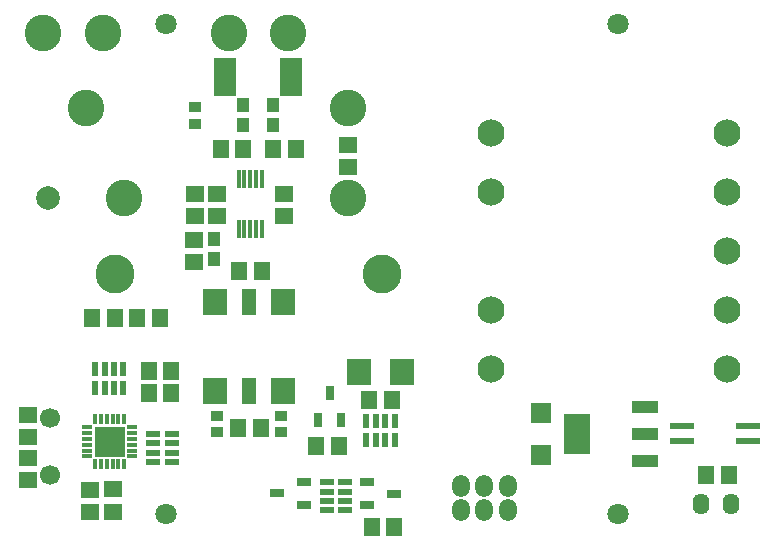
<source format=gbs>
G04 DipTrace 2.4.0.2*
%INlayout____.GBS*%
%MOIN*%
%ADD16C,0.0787*%
%ADD17C,0.0709*%
%ADD27O,0.0551X0.0709*%
%ADD58C,0.0669*%
%ADD64R,0.1004X0.1004*%
%ADD66O,0.0374X0.0157*%
%ADD68O,0.0157X0.0374*%
%ADD70R,0.015X0.0591*%
%ADD72R,0.0886X0.1319*%
%ADD74R,0.0886X0.0413*%
%ADD76R,0.0512X0.0866*%
%ADD78R,0.0827X0.0866*%
%ADD80C,0.0906*%
%ADD82R,0.0453X0.0217*%
%ADD84R,0.0217X0.0453*%
%ADD86R,0.0748X0.1299*%
%ADD88R,0.0433X0.0472*%
%ADD90R,0.0453X0.0295*%
%ADD92R,0.0295X0.0453*%
%ADD94R,0.0394X0.0335*%
%ADD96C,0.122*%
%ADD98O,0.0591X0.0748*%
%ADD99C,0.122*%
%ADD101C,0.1299*%
%ADD102R,0.0817X0.0859*%
%ADD104R,0.063X0.0551*%
%ADD106R,0.0551X0.063*%
%ADD108R,0.0699X0.0677*%
%ADD111R,0.0827X0.0236*%
%FSLAX44Y44*%
G04*
G70*
G90*
G75*
G01*
%LNBotMask*%
%LPD*%
D111*
X22299Y3402D3*
Y3902D3*
X24504D3*
Y3402D3*
D27*
X22925Y1282D3*
X23925D3*
D108*
X17612Y4315D3*
Y2925D3*
D106*
X23118Y2268D3*
X23866D3*
D104*
X6047Y9354D3*
Y10102D3*
D106*
X8300Y9037D3*
X7552D3*
X9428Y13135D3*
X8680D3*
D104*
X2583Y1764D3*
Y1016D3*
D106*
X4535Y5732D3*
X5283D3*
X4535Y4976D3*
X5283D3*
D104*
X6054Y10885D3*
Y11633D3*
D106*
X6929Y13135D3*
X7677D3*
D104*
X6804Y10885D3*
Y11633D3*
D106*
X8265Y3805D3*
X7517D3*
D102*
X11528Y5701D3*
X12969D3*
D106*
X12630Y4756D3*
X11882D3*
X11969Y504D3*
X12717D3*
D104*
X504Y2079D3*
Y2827D3*
Y4252D3*
Y3504D3*
X11175Y13258D3*
Y12510D3*
D101*
X12309Y8937D3*
X3411D3*
D17*
X20175Y964D3*
X5096D3*
Y17302D3*
X20175D3*
D99*
X2988Y16970D3*
X1019D3*
X9179Y16978D3*
X7211D3*
D98*
X16500Y1883D3*
X15713D3*
X14925D3*
Y1095D3*
X15713D3*
X16500D3*
D96*
X11175Y14469D3*
X3695Y11477D3*
X11175D3*
X2435Y14469D3*
D16*
X1175Y11477D3*
D94*
X6054Y14510D3*
Y13959D3*
X8952Y3680D3*
Y4231D3*
X6796Y3680D3*
Y4231D3*
D92*
X10929Y4094D3*
X10181D3*
X10555Y5000D3*
D90*
X9701Y2016D3*
Y1268D3*
X8795Y1642D3*
X11811Y1260D3*
Y2008D3*
X12717Y1634D3*
D106*
X10118Y3213D3*
X10866D3*
X2646Y7496D3*
X3394D3*
X4146D3*
X4894D3*
D88*
X6709Y9449D3*
Y10118D3*
X8678Y14573D3*
Y13904D3*
D86*
X7054Y15510D3*
X9259D3*
D88*
X7679Y14573D3*
Y13904D3*
D104*
X9052Y10885D3*
Y11633D3*
X3329Y1772D3*
Y1024D3*
D84*
X11780Y4063D3*
X12094D3*
X12409D3*
X12724D3*
Y3433D3*
X12409D3*
X12094D3*
X11780D3*
D82*
X4661Y2677D3*
Y2992D3*
Y3307D3*
Y3622D3*
X5291D3*
Y3307D3*
Y2992D3*
Y2677D3*
D84*
X3685Y5165D3*
X3370D3*
X3055D3*
X2740D3*
Y5795D3*
X3055D3*
X3370D3*
X3685D3*
D82*
X10457Y1071D3*
Y1386D3*
Y1701D3*
Y2016D3*
X11087D3*
Y1701D3*
Y1386D3*
Y1071D3*
D80*
X23800Y5782D3*
X15926D3*
Y11688D3*
X23801Y13657D3*
X23800Y11688D3*
Y7751D3*
X15926Y13656D3*
Y7751D3*
X23800Y9719D3*
D78*
X8988Y5064D3*
D76*
X7870D3*
D78*
X6751D3*
Y8017D3*
D76*
X7870D3*
D78*
X8988D3*
D74*
X21081Y4532D3*
Y3627D3*
Y2721D3*
D72*
X18797Y3627D3*
D70*
X7522Y12135D3*
X7719D3*
X7915D3*
X8112D3*
X8309D3*
Y10450D3*
X8112D3*
X7915D3*
X7719D3*
X7522D3*
D68*
X3717Y2614D3*
X3520D3*
X3323D3*
X3126D3*
X2929D3*
X2732D3*
D66*
X2476Y2870D3*
Y3067D3*
Y3264D3*
Y3461D3*
Y3657D3*
Y3854D3*
D68*
X2732Y4110D3*
X2929D3*
X3126D3*
X3323D3*
X3520D3*
X3717D3*
D66*
X3972Y3854D3*
Y3657D3*
Y3461D3*
Y3264D3*
Y3067D3*
Y2870D3*
D64*
X3224Y3362D3*
D58*
X1228Y2236D3*
Y4136D3*
M02*

</source>
